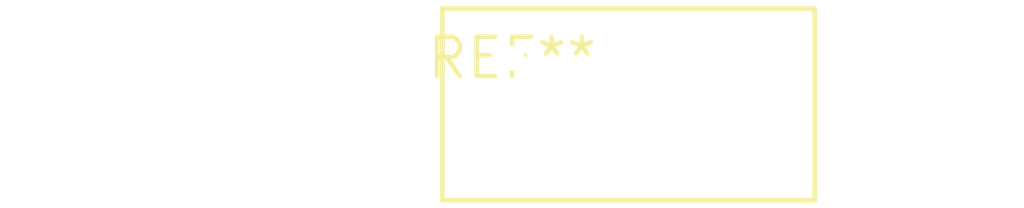
<source format=kicad_pcb>
(kicad_pcb (version 20240108) (generator pcbnew)
  (layers (0 "F.Cu" signal) (31 "B.Cu" signal) (34 "B.Paste" user) (35 "F.Paste" user) (36 "B.SilkS" user "B.Silkscreen") (37 "F.SilkS" user "F.Silkscreen") (38 "B.Mask" user) (39 "F.Mask" user) (44 "Edge.Cuts" user))
  (net 0 "")
  (footprint "RV_Disc_D12mm_W6.2mm_P7.5mm" (layer "F.Cu") (at 0 0)
    (property "Reference" "REF**")
    (property "Value" "RV_Disc_D12mm_W6.2mm_P7.5mm")
    (fp_line (start -2.25 -1.6) (end -2.25 4.6) (layer "F.SilkS") (stroke (width 0.15)))
    (fp_line (start -2.25 -1.6) (end 9.75 -1.6) (layer "F.SilkS") (stroke (width 0.15)))
    (fp_line (start -2.25 4.6) (end 9.75 4.6) (layer "F.SilkS") (stroke (width 0.15)))
    (fp_line (start 9.75 -1.6) (end 9.75 4.6) (layer "F.SilkS") (stroke (width 0.15)))
    (pad "1" thru_hole circle (at 0 0) (size 1.8 1.8) (drill 0.8) (layers *.Cu *.Mask) (remove_unused_layers))
    (pad "2" thru_hole circle (at 7.5 3) (size 1.8 1.8) (drill 0.8) (layers *.Cu *.Mask) (remove_unused_layers))
  )
)
</source>
